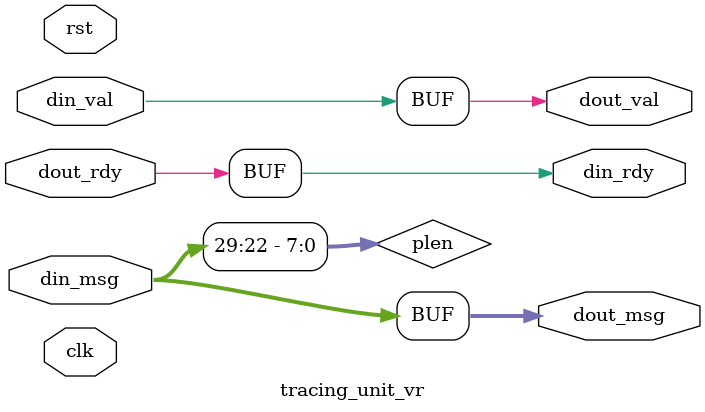
<source format=v>
module tracing_unit_vr #(
  parameter ID = "yo"
)(  
  input         clk,
  input         rst,

  input  [63:0] din_msg,
  input         din_val,
  output        din_rdy,

  output [63:0] dout_msg,
  output        dout_val,
  input         dout_rdy  
);

assign dout_msg = din_msg; 
assign dout_val = din_val;
assign din_rdy  = dout_rdy;

localparam HEADER  = 1'b0;
localparam PAYLOAD = 1'b1;
integer cycle = 0;

reg  state;
reg  next_state;
reg  [7:0] cnt;
wire [7:0] plen;

assign plen = din_msg[29:22];

// An FSM for printing the packet
always @ (*) begin
  case (state)
    HEADER: 
      if (din_val & din_rdy) begin 
        next_state = plen==0? HEADER : PAYLOAD;
      end 
      else begin
        next_state = HEADER;
      end
    PAYLOAD: 
      if (cnt == 0 || ( cnt == 1 && din_val  ) ) begin 
        next_state = HEADER;
      end
      else begin 
        next_state = PAYLOAD;
      end
  endcase
end

always @ (posedge clk) begin 
  if (rst) begin 
    cycle <= 0;
    cnt <= 0;
    state <= HEADER;
  end
  else begin
    cycle <= cycle + 1;
    case (state)
      HEADER:
        if (din_val & din_rdy) begin 
          cnt <= plen;
            $display("%8d:TracingUnit <%16s>: chip_id: %d, xpos: %d, ypos: %d, pay_len: %d, msg_type: %d\n", 
          	  cycle, ID, din_msg[63:50], din_msg[49:42], din_msg[41:34], din_msg[29:22], din_msg[21:14]); 
        end
        else begin
          cnt <= cnt;
        end
      PAYLOAD: begin 
        if (din_val & din_rdy) begin
          cnt <= cnt - 1'b1;
          $display("%8d:TracingUnit <%16s>: cnt: %d, payload: %h\n", cycle, ID, cnt, din_msg);
        end
        else begin
          cnt <= cnt;
        end
      end
    endcase
    state <= next_state;
  end
end 

endmodule

</source>
